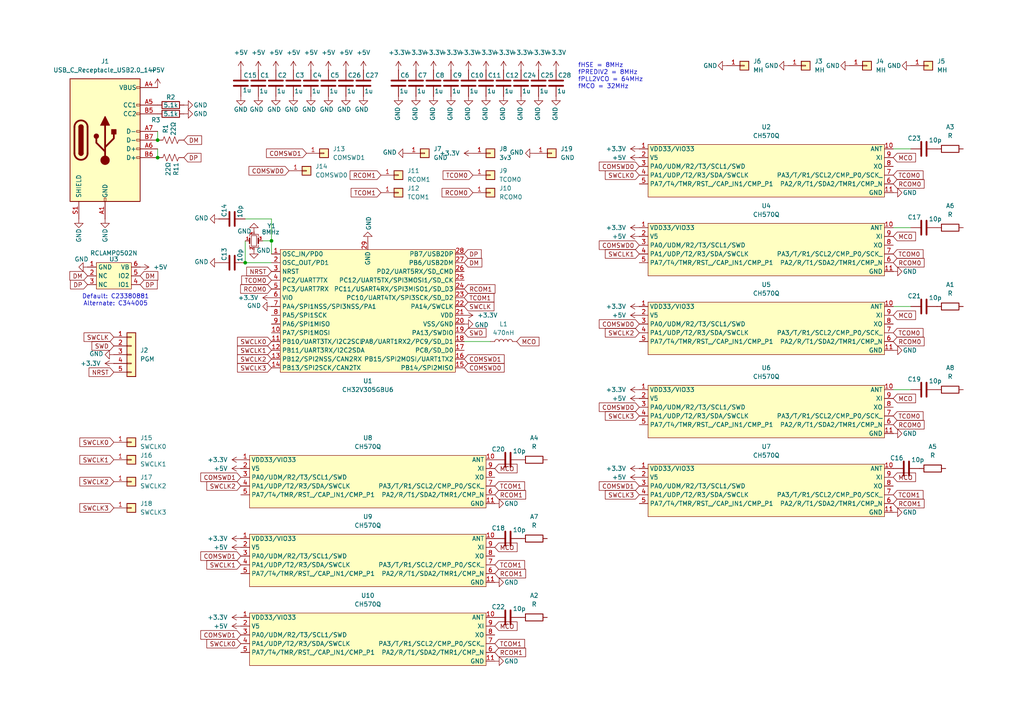
<source format=kicad_sch>
(kicad_sch (version 20250114) (generator "eeschema") (generator_version "9.0")
  (paper "A4")
  (text "Default: C23380881\nAlternate: C344005" (at 33.528 87.122 0) (effects (font (size 1.27 1.27))))
  (text "fHSE = 8MHz\nfPREDIV2 = 8MHz\nfPLL2VCO = 64MHz\nfMCO = 32MHz\n" (at 167.64 22.098 0) (effects (font (size 1.27 1.27)) (justify left)))
  (junction (at 45.72 40.64))
  (junction (at 45.72 45.72))
  (junction (at 71.12 76.2))
  (junction (at 78.74 69.85))
  (wire (pts (xy 76.2 69.85) (xy 78.74 69.85)))
  (wire (pts (xy 259.08 43.18) (xy 264.16 43.18)))
  (wire (pts (xy 78.74 69.85) (xy 78.74 73.66)))
  (wire (pts (xy 259.08 66.04) (xy 264.16 66.04)))
  (wire (pts (xy 78.74 63.5) (xy 78.74 69.85)))
  (wire (pts (xy 71.12 69.85) (xy 71.12 76.2)))
  (wire (pts (xy 71.12 76.2) (xy 78.74 76.2)))
  (wire (pts (xy 45.72 38.1) (xy 45.72 40.64)))
  (wire (pts (xy 142.24 99.06) (xy 134.62 99.06)))
  (wire (pts (xy 264.16 113.03) (xy 259.08 113.03)))
  (wire (pts (xy 259.08 88.9) (xy 264.16 88.9)))
  (wire (pts (xy 71.12 63.5) (xy 78.74 63.5)))
  (wire (pts (xy 45.72 43.18) (xy 45.72 45.72)))
  (global_label "COMSWD0" (shape input) (at 83.82 49.53 180) (property "Intersheetrefs" "${INTERSHEET_REFS}" (effects (hide yes))))
  (global_label "TCOM0" (shape input) (at 259.08 96.52 0) (property "Intersheetrefs" "${INTERSHEET_REFS}" (effects (hide yes))))
  (global_label "TCOM0" (shape input) (at 137.16 50.8 180) (property "Intersheetrefs" "${INTERSHEET_REFS}" (effects (hide yes))))
  (global_label "MCO" (shape input) (at 143.51 158.75 0) (property "Intersheetrefs" "${INTERSHEET_REFS}" (effects (hide yes))))
  (global_label "MCO" (shape input) (at 259.08 68.58 0) (property "Intersheetrefs" "${INTERSHEET_REFS}" (effects (hide yes))))
  (global_label "MCO" (shape input) (at 259.08 138.43 0) (property "Intersheetrefs" "${INTERSHEET_REFS}" (effects (hide yes))))
  (global_label "TCOM1" (shape input) (at 143.51 140.97 0) (property "Intersheetrefs" "${INTERSHEET_REFS}" (effects (hide yes))))
  (global_label "COMSWD1" (shape input) (at 69.85 184.15 180) (property "Intersheetrefs" "${INTERSHEET_REFS}" (effects (hide yes))))
  (global_label "SWCLK" (shape input) (at 33.02 97.79 180) (property "Intersheetrefs" "${INTERSHEET_REFS}" (effects (hide yes))))
  (global_label "TCOM1" (shape input) (at 143.51 163.83 0) (property "Intersheetrefs" "${INTERSHEET_REFS}" (effects (hide yes))))
  (global_label "DP" (shape input) (at 25.4 82.55 180) (property "Intersheetrefs" "${INTERSHEET_REFS}" (effects (hide yes))))
  (global_label "RCOM1" (shape input) (at 143.51 166.37 0) (property "Intersheetrefs" "${INTERSHEET_REFS}" (effects (hide yes))))
  (global_label "DM" (shape input) (at 134.62 76.2 0) (property "Intersheetrefs" "${INTERSHEET_REFS}" (effects (hide yes))))
  (global_label "TCOM0" (shape input) (at 259.08 50.8 0) (property "Intersheetrefs" "${INTERSHEET_REFS}" (effects (hide yes))))
  (global_label "COMSWD1" (shape input) (at 134.62 104.14 0) (property "Intersheetrefs" "${INTERSHEET_REFS}" (effects (hide yes))))
  (global_label "RCOM0" (shape input) (at 259.08 76.2 0) (property "Intersheetrefs" "${INTERSHEET_REFS}" (effects (hide yes))))
  (global_label "COMSWD1" (shape input) (at 69.85 138.43 180) (property "Intersheetrefs" "${INTERSHEET_REFS}" (effects (hide yes))))
  (global_label "SWCLK1" (shape input) (at 185.42 73.66 180) (property "Intersheetrefs" "${INTERSHEET_REFS}" (effects (hide yes))))
  (global_label "TCOM0" (shape input) (at 259.08 73.66 0) (property "Intersheetrefs" "${INTERSHEET_REFS}" (effects (hide yes))))
  (global_label "COMSWD1" (shape input) (at 88.9 44.45 180) (property "Intersheetrefs" "${INTERSHEET_REFS}" (effects (hide yes))))
  (global_label "SWCLK1" (shape input) (at 78.74 101.6 180) (property "Intersheetrefs" "${INTERSHEET_REFS}" (effects (hide yes))))
  (global_label "DM" (shape input) (at 40.64 80.01 0) (property "Intersheetrefs" "${INTERSHEET_REFS}" (effects (hide yes))))
  (global_label "MCO" (shape input) (at 149.86 99.06 0) (property "Intersheetrefs" "${INTERSHEET_REFS}" (effects (hide yes))))
  (global_label "SWCLK1" (shape input) (at 69.85 163.83 180) (property "Intersheetrefs" "${INTERSHEET_REFS}" (effects (hide yes))))
  (global_label "TCOM0" (shape input) (at 78.74 81.28 180) (property "Intersheetrefs" "${INTERSHEET_REFS}" (effects (hide yes))))
  (global_label "RCOM1" (shape input) (at 134.62 83.82 0) (property "Intersheetrefs" "${INTERSHEET_REFS}" (effects (hide yes))))
  (global_label "DP" (shape input) (at 40.64 82.55 0) (property "Intersheetrefs" "${INTERSHEET_REFS}" (effects (hide yes))))
  (global_label "COMSWD1" (shape input) (at 185.42 140.97 180) (property "Intersheetrefs" "${INTERSHEET_REFS}" (effects (hide yes))))
  (global_label "NRST" (shape input) (at 78.74 78.74 180) (property "Intersheetrefs" "${INTERSHEET_REFS}" (effects (hide yes))))
  (global_label "RCOM0" (shape input) (at 137.16 55.88 180) (property "Intersheetrefs" "${INTERSHEET_REFS}" (effects (hide yes))))
  (global_label "MCO" (shape input) (at 259.08 45.72 0) (property "Intersheetrefs" "${INTERSHEET_REFS}" (effects (hide yes))))
  (global_label "RCOM0" (shape input) (at 259.08 53.34 0) (property "Intersheetrefs" "${INTERSHEET_REFS}" (effects (hide yes))))
  (global_label "SWCLK2" (shape input) (at 33.02 139.7 180) (property "Intersheetrefs" "${INTERSHEET_REFS}" (effects (hide yes))))
  (global_label "SWCLK" (shape input) (at 134.62 88.9 0) (property "Intersheetrefs" "${INTERSHEET_REFS}" (effects (hide yes))))
  (global_label "RCOM1" (shape input) (at 143.51 189.23 0) (property "Intersheetrefs" "${INTERSHEET_REFS}" (effects (hide yes))))
  (global_label "DP" (shape input) (at 134.62 73.66 0) (property "Intersheetrefs" "${INTERSHEET_REFS}" (effects (hide yes))))
  (global_label "DM" (shape input) (at 25.4 80.01 180) (property "Intersheetrefs" "${INTERSHEET_REFS}" (effects (hide yes))))
  (global_label "MCO" (shape input) (at 143.51 181.61 0) (property "Intersheetrefs" "${INTERSHEET_REFS}" (effects (hide yes))))
  (global_label "SWCLK0" (shape input) (at 78.74 99.06 180) (property "Intersheetrefs" "${INTERSHEET_REFS}" (effects (hide yes))))
  (global_label "SWCLK3" (shape input) (at 185.42 120.65 180) (property "Intersheetrefs" "${INTERSHEET_REFS}" (effects (hide yes))))
  (global_label "SWCLK0" (shape input) (at 69.85 186.69 180) (property "Intersheetrefs" "${INTERSHEET_REFS}" (effects (hide yes))))
  (global_label "NRST" (shape input) (at 33.02 107.95 180) (property "Intersheetrefs" "${INTERSHEET_REFS}" (effects (hide yes))))
  (global_label "SWD" (shape input) (at 134.62 96.52 0) (property "Intersheetrefs" "${INTERSHEET_REFS}" (effects (hide yes))))
  (global_label "RCOM0" (shape input) (at 78.74 83.82 180) (property "Intersheetrefs" "${INTERSHEET_REFS}" (effects (hide yes))))
  (global_label "SWCLK2" (shape input) (at 69.85 140.97 180) (property "Intersheetrefs" "${INTERSHEET_REFS}" (effects (hide yes))))
  (global_label "SWCLK3" (shape input) (at 185.42 143.51 180) (property "Intersheetrefs" "${INTERSHEET_REFS}" (effects (hide yes))))
  (global_label "RCOM0" (shape input) (at 259.08 123.19 0) (property "Intersheetrefs" "${INTERSHEET_REFS}" (effects (hide yes))))
  (global_label "SWCLK3" (shape input) (at 78.74 106.68 180) (property "Intersheetrefs" "${INTERSHEET_REFS}" (effects (hide yes))))
  (global_label "COMSWD0" (shape input) (at 185.42 71.12 180) (property "Intersheetrefs" "${INTERSHEET_REFS}" (effects (hide yes))))
  (global_label "SWCLK0" (shape input) (at 33.02 128.27 180) (property "Intersheetrefs" "${INTERSHEET_REFS}" (effects (hide yes))))
  (global_label "DP" (shape input) (at 53.34 45.72 0) (property "Intersheetrefs" "${INTERSHEET_REFS}" (effects (hide yes))))
  (global_label "MCO" (shape input) (at 143.51 135.89 0) (property "Intersheetrefs" "${INTERSHEET_REFS}" (effects (hide yes))))
  (global_label "COMSWD0" (shape input) (at 134.62 106.68 0) (property "Intersheetrefs" "${INTERSHEET_REFS}" (effects (hide yes))))
  (global_label "COMSWD0" (shape input) (at 185.42 93.98 180) (property "Intersheetrefs" "${INTERSHEET_REFS}" (effects (hide yes))))
  (global_label "RCOM1" (shape input) (at 110.49 50.8 180) (property "Intersheetrefs" "${INTERSHEET_REFS}" (effects (hide yes))))
  (global_label "TCOM1" (shape input) (at 143.51 186.69 0) (property "Intersheetrefs" "${INTERSHEET_REFS}" (effects (hide yes))))
  (global_label "TCOM1" (shape input) (at 110.49 55.88 180) (property "Intersheetrefs" "${INTERSHEET_REFS}" (effects (hide yes))))
  (global_label "MCO" (shape input) (at 259.08 115.57 0) (property "Intersheetrefs" "${INTERSHEET_REFS}" (effects (hide yes))))
  (global_label "TCOM1" (shape input) (at 259.08 143.51 0) (property "Intersheetrefs" "${INTERSHEET_REFS}" (effects (hide yes))))
  (global_label "SWCLK2" (shape input) (at 185.42 96.52 180) (property "Intersheetrefs" "${INTERSHEET_REFS}" (effects (hide yes))))
  (global_label "MCO" (shape input) (at 259.08 91.44 0) (property "Intersheetrefs" "${INTERSHEET_REFS}" (effects (hide yes))))
  (global_label "RCOM0" (shape input) (at 259.08 99.06 0) (property "Intersheetrefs" "${INTERSHEET_REFS}" (effects (hide yes))))
  (global_label "SWD" (shape input) (at 33.02 100.33 180) (property "Intersheetrefs" "${INTERSHEET_REFS}" (effects (hide yes))))
  (global_label "SWCLK0" (shape input) (at 185.42 50.8 180) (property "Intersheetrefs" "${INTERSHEET_REFS}" (effects (hide yes))))
  (global_label "SWCLK2" (shape input) (at 78.74 104.14 180) (property "Intersheetrefs" "${INTERSHEET_REFS}" (effects (hide yes))))
  (global_label "SWCLK1" (shape input) (at 33.02 133.35 180) (property "Intersheetrefs" "${INTERSHEET_REFS}" (effects (hide yes))))
  (global_label "RCOM1" (shape input) (at 259.08 146.05 0) (property "Intersheetrefs" "${INTERSHEET_REFS}" (effects (hide yes))))
  (global_label "RCOM1" (shape input) (at 143.51 143.51 0) (property "Intersheetrefs" "${INTERSHEET_REFS}" (effects (hide yes))))
  (global_label "SWCLK3" (shape input) (at 33.02 147.32 180) (property "Intersheetrefs" "${INTERSHEET_REFS}" (effects (hide yes))))
  (global_label "COMSWD0" (shape input) (at 185.42 118.11 180) (property "Intersheetrefs" "${INTERSHEET_REFS}" (effects (hide yes))))
  (global_label "TCOM1" (shape input) (at 134.62 86.36 0) (property "Intersheetrefs" "${INTERSHEET_REFS}" (effects (hide yes))))
  (global_label "TCOM0" (shape input) (at 259.08 120.65 0) (property "Intersheetrefs" "${INTERSHEET_REFS}" (effects (hide yes))))
  (global_label "COMSWD0" (shape input) (at 185.42 48.26 180) (property "Intersheetrefs" "${INTERSHEET_REFS}" (effects (hide yes))))
  (global_label "COMSWD1" (shape input) (at 69.85 161.29 180) (property "Intersheetrefs" "${INTERSHEET_REFS}" (effects (hide yes))))
  (global_label "DM" (shape input) (at 53.34 40.64 0) (property "Intersheetrefs" "${INTERSHEET_REFS}" (effects (hide yes))))
  (symbol (lib_id "power:+5V") (at 100.33 20.32 0) (unit 1)
    (property "Reference" "#PWR073" (effects (hide yes)))
    (property "Value" "+5V" (at 100.33 15.24 0))
    (property "Description" "Power symbol creates a global label with name \"+5V\"" (effects (hide yes)))
  )
  (symbol (lib_id "Device:C") (at 147.32 179.07 90) (unit 1)
    (property "Reference" "C22" (at 144.526 176.022 90))
    (property "Value" "10p" (at 150.622 176.53 90))
    (property "Footprint" "Capacitor_SMD:C_0402_1005Metric" (effects (hide yes)))
    (property "Description" "Unpolarized capacitor" (effects (hide yes)))
    (property "LCSC" "C32949" (effects (hide yes)))
  )
  (symbol (lib_id "cnhardware:CH570Q") (at 222.25 118.11 0) (unit 1)
    (property "Reference" "U6" (at 222.25 106.68 0))
    (property "Value" "CH570Q" (at 222.25 109.22 0))
    (property "Footprint" "Package_DFN_QFN:DFN-10-1EP_3x3mm_P0.5mm_EP1.7x2.5mm" (effects (hide yes)))
    (property "LCSC" "C49260680" (effects (hide yes)))
  )
  (symbol (lib_id "power:GND") (at 74.93 27.94 0) (mirror y) (unit 1)
    (property "Reference" "#PWR011" (effects (hide yes)))
    (property "Value" "GND" (at 76.454 31.75 0) (effects (justify left)))
  )
  (symbol (lib_id "Device:C") (at 267.97 88.9 90) (unit 1)
    (property "Reference" "C21" (at 265.176 85.852 90))
    (property "Value" "10p" (at 271.272 86.36 90))
    (property "Footprint" "Capacitor_SMD:C_0402_1005Metric" (effects (hide yes)))
    (property "Description" "Unpolarized capacitor" (effects (hide yes)))
    (property "LCSC" "C32949" (effects (hide yes)))
  )
  (symbol (lib_id "power:+5V") (at 185.42 138.43 90) (unit 1)
    (property "Reference" "#PWR057" (effects (hide yes)))
    (property "Value" "+5V" (at 181.61 138.4299 90) (effects (justify left)))
    (property "Description" "Power symbol creates a global label with name \"+5V\"" (effects (hide yes)))
  )
  (symbol (lib_id "power:+3.3V") (at 69.85 156.21 90) (unit 1)
    (property "Reference" "#PWR062" (effects (hide yes)))
    (property "Value" "+3.3V" (at 66.04 156.2099 90) (effects (justify left)))
    (property "Description" "Power symbol creates a global label with name \"+3.3V\"" (effects (hide yes)))
  )
  (symbol (lib_id "power:+3.3V") (at 135.89 20.32 0) (unit 1)
    (property "Reference" "#PWR035" (effects (hide yes)))
    (property "Value" "+3.3V" (at 135.89 15.24 0))
    (property "Description" "Power symbol creates a global label with name \"+3.3V\"" (effects (hide yes)))
  )
  (symbol (lib_id "cnhardware:CH32V305GBU6") (at 106.68 90.17 0) (unit 1)
    (property "Reference" "U1" (at 106.68 110.49 0))
    (property "Value" "CH32V305GBU6" (at 106.68 113.03 0))
    (property "Footprint" "Package_DFN_QFN:QFN-28-1EP_4x4mm_P0.4mm_EP2.3x2.3mm" (effects (hide yes)))
    (property "LCSC" "C19100608" (effects (hide yes)))
  )
  (symbol (lib_id "Connector_Generic:Conn_01x01") (at 160.02 44.45 0) (unit 1) (in_bom no)
    (property "Reference" "J19" (at 162.56 43.1799 0) (effects (justify left)))
    (property "Value" "GND" (at 162.56 45.7199 0) (effects (justify left)))
    (property "Footprint" "TestPoint:TestPoint_Pad_D1.5mm" (effects (hide yes)))
    (property "Description" "Generic connector, single row, 01x01, script generated (kicad-library-utils/schlib/autogen/connector/)" (effects (hide yes)))
  )
  (symbol (lib_id "Connector_Generic:Conn_01x01") (at 233.68 19.05 0) (unit 1) (in_bom no)
    (property "Reference" "J3" (at 236.22 17.7799 0) (effects (justify left)))
    (property "Value" "MH" (at 236.22 20.3199 0) (effects (justify left)))
    (property "Footprint" "MountingHole:MountingHole_3.2mm_M3_DIN965_Pad" (effects (hide yes)))
    (property "Description" "Generic connector, single row, 01x01, script generated (kicad-library-utils/schlib/autogen/connector/)" (effects (hide yes)))
  )
  (symbol (lib_id "power:GND") (at 30.48 63.5 0) (mirror y) (unit 1)
    (property "Reference" "#PWR05" (effects (hide yes)))
    (property "Value" "GND" (at 30.48 70.358 90) (effects (justify left)))
  )
  (symbol (lib_id "power:GND") (at 143.51 191.77 90) (mirror x) (unit 1)
    (property "Reference" "#PWR067" (effects (hide yes)))
    (property "Value" "GND" (at 150.368 191.77 90) (effects (justify left)))
  )
  (symbol (lib_id "cnhardware:CH570Q") (at 106.68 138.43 0) (unit 1)
    (property "Reference" "U8" (at 106.68 127 0))
    (property "Value" "CH570Q" (at 106.68 129.54 0))
    (property "Footprint" "Package_DFN_QFN:DFN-10-1EP_3x3mm_P0.5mm_EP1.7x2.5mm" (effects (hide yes)))
    (property "LCSC" "C49260680" (effects (hide yes)))
  )
  (symbol (lib_id "Connector_Generic:Conn_01x01") (at 142.24 44.45 0) (unit 1) (in_bom no)
    (property "Reference" "J8" (at 144.78 43.1799 0) (effects (justify left)))
    (property "Value" "3v3" (at 144.78 45.7199 0) (effects (justify left)))
    (property "Footprint" "TestPoint:TestPoint_Pad_D1.5mm" (effects (hide yes)))
    (property "Description" "Generic connector, single row, 01x01, script generated (kicad-library-utils/schlib/autogen/connector/)" (effects (hide yes)))
  )
  (symbol (lib_id "cnhardware:CH570Q") (at 106.68 161.29 0) (unit 1)
    (property "Reference" "U9" (at 106.68 149.86 0))
    (property "Value" "CH570Q" (at 106.68 152.4 0))
    (property "Footprint" "Package_DFN_QFN:DFN-10-1EP_3x3mm_P0.5mm_EP1.7x2.5mm" (effects (hide yes)))
    (property "LCSC" "C49260680" (effects (hide yes)))
  )
  (symbol (lib_id "power:+5V") (at 185.42 68.58 90) (unit 1)
    (property "Reference" "#PWR048" (effects (hide yes)))
    (property "Value" "+5V" (at 181.61 68.5799 90) (effects (justify left)))
    (property "Description" "Power symbol creates a global label with name \"+5V\"" (effects (hide yes)))
  )
  (symbol (lib_id "power:+5V") (at 185.42 115.57 90) (unit 1)
    (property "Reference" "#PWR054" (effects (hide yes)))
    (property "Value" "+5V" (at 181.61 115.5699 90) (effects (justify left)))
    (property "Description" "Power symbol creates a global label with name \"+5V\"" (effects (hide yes)))
  )
  (symbol (lib_id "power:+3.3V") (at 125.73 20.32 0) (unit 1)
    (property "Reference" "#PWR031" (effects (hide yes)))
    (property "Value" "+3.3V" (at 125.73 15.24 0))
    (property "Description" "Power symbol creates a global label with name \"+3.3V\"" (effects (hide yes)))
  )
  (symbol (lib_id "power:GND") (at 259.08 125.73 90) (mirror x) (unit 1)
    (property "Reference" "#PWR055" (effects (hide yes)))
    (property "Value" "GND" (at 265.938 125.73 90) (effects (justify left)))
  )
  (symbol (lib_id "cnhardware:USB_ESD_DFN_RCLAMP0502N") (at 33.02 80.01 0) (unit 1)
    (property "Reference" "U3" (at 33.02 75.184 0))
    (property "Value" "RCLAMP0502N" (at 33.02 73.406 0))
    (property "Footprint" "cnhardware:DFN-6_1.2x1.0mm_P0.4mm" (effects (hide yes)))
    (property "LCSC" "C344005" (effects (hide yes)))
  )
  (symbol (lib_id "cnhardware:CH570Q") (at 106.68 184.15 0) (unit 1)
    (property "Reference" "U10" (at 106.68 172.72 0))
    (property "Value" "CH570Q" (at 106.68 175.26 0))
    (property "Footprint" "Package_DFN_QFN:DFN-10-1EP_3x3mm_P0.5mm_EP1.7x2.5mm" (effects (hide yes)))
    (property "LCSC" "C49260680" (effects (hide yes)))
  )
  (symbol (lib_id "power:GND") (at 115.57 27.94 0) (mirror y) (unit 1)
    (property "Reference" "#PWR028" (effects (hide yes)))
    (property "Value" "GND" (at 115.316 35.052 90) (effects (justify left)))
  )
  (symbol (lib_id "power:+3.3V") (at 120.65 20.32 0) (unit 1)
    (property "Reference" "#PWR029" (effects (hide yes)))
    (property "Value" "+3.3V" (at 120.65 15.24 0))
    (property "Description" "Power symbol creates a global label with name \"+3.3V\"" (effects (hide yes)))
  )
  (symbol (lib_id "power:GND") (at 146.05 27.94 0) (mirror y) (unit 1)
    (property "Reference" "#PWR040" (effects (hide yes)))
    (property "Value" "GND" (at 145.796 35.052 90) (effects (justify left)))
  )
  (symbol (lib_id "Device:R") (at 275.59 113.03 90) (unit 1)
    (property "Reference" "A8" (at 275.59 106.68 90))
    (property "Value" "R" (at 275.59 109.22 90))
    (property "Footprint" "Resistor_SMD:R_2010_5025Metric" (effects (hide yes)))
    (property "Description" "Resistor" (effects (hide yes)))
    (property "LCSC" "C22467691" (effects (hide yes)))
  )
  (symbol (lib_id "power:+5V") (at 40.64 77.47 270) (unit 1)
    (property "Reference" "#PWR026" (effects (hide yes)))
    (property "Value" "+5V" (at 44.45 77.4699 90) (effects (justify left)))
    (property "Description" "Power symbol creates a global label with name \"+5V\"" (effects (hide yes)))
  )
  (symbol (lib_id "power:GND") (at 134.62 93.98 90) (mirror x) (unit 1)
    (property "Reference" "#PWR03" (effects (hide yes)))
    (property "Value" "GND" (at 141.732 94.234 90) (effects (justify left)))
  )
  (symbol (lib_id "cnhardware:CH570Q") (at 222.25 93.98 0) (unit 1)
    (property "Reference" "U5" (at 222.25 82.55 0))
    (property "Value" "CH570Q" (at 222.25 85.09 0))
    (property "Footprint" "Package_DFN_QFN:DFN-10-1EP_3x3mm_P0.5mm_EP1.7x2.5mm" (effects (hide yes)))
    (property "LCSC" "C49260680" (effects (hide yes)))
  )
  (symbol (lib_id "power:GND") (at 69.85 27.94 0) (mirror y) (unit 1)
    (property "Reference" "#PWR09" (effects (hide yes)))
    (property "Value" "GND" (at 71.882 31.75 0) (effects (justify left)))
  )
  (symbol (lib_id "Connector_Generic:Conn_01x01") (at 88.9 49.53 0) (unit 1) (in_bom no)
    (property "Reference" "J14" (at 91.44 48.2599 0) (effects (justify left)))
    (property "Value" "COMSWD0" (at 91.44 50.7999 0) (effects (justify left)))
    (property "Footprint" "TestPoint:TestPoint_Pad_D1.5mm" (effects (hide yes)))
    (property "Description" "Generic connector, single row, 01x01, script generated (kicad-library-utils/schlib/autogen/connector/)" (effects (hide yes)))
  )
  (symbol (lib_id "power:+3.3V") (at 151.13 20.32 0) (unit 1)
    (property "Reference" "#PWR069" (effects (hide yes)))
    (property "Value" "+3.3V" (at 151.13 15.24 0))
    (property "Description" "Power symbol creates a global label with name \"+3.3V\"" (effects (hide yes)))
  )
  (symbol (lib_id "Device:C") (at 69.85 24.13 0) (unit 1)
    (property "Reference" "C15" (at 70.612 21.844 0) (effects (justify left)))
    (property "Value" "1u" (at 70.358 26.162 0) (effects (justify left)))
    (property "Footprint" "Capacitor_SMD:C_0402_1005Metric" (effects (hide yes)))
    (property "Description" "Unpolarized capacitor" (effects (hide yes)))
    (property "LCSC" "C52923" (effects (hide yes)))
  )
  (symbol (lib_id "power:+5V") (at 85.09 20.32 0) (unit 1)
    (property "Reference" "#PWR016" (effects (hide yes)))
    (property "Value" "+5V" (at 85.09 15.24 0))
    (property "Description" "Power symbol creates a global label with name \"+5V\"" (effects (hide yes)))
  )
  (symbol (lib_id "Device:Crystal_GND24_Small") (at 73.66 69.85 0) (unit 1)
    (property "Reference" "Y1" (at 78.74 65.532 0))
    (property "Value" "8MHz" (at 78.486 67.31 0))
    (property "Footprint" "Crystal:Crystal_SMD_3225-4Pin_3.2x2.5mm" (effects (hide yes)))
    (property "Description" "Four pin crystal, GND on pins 2 and 4, small symbol" (effects (hide yes)))
    (property "LCSC" "C2973805" (effects (hide yes)))
  )
  (symbol (lib_id "Connector_Generic:Conn_01x01") (at 38.1 133.35 0) (unit 1) (in_bom no)
    (property "Reference" "J16" (at 40.64 132.0799 0) (effects (justify left)))
    (property "Value" "SWCLK1" (at 40.64 134.6199 0) (effects (justify left)))
    (property "Footprint" "TestPoint:TestPoint_Pad_D1.5mm" (effects (hide yes)))
    (property "Description" "Generic connector, single row, 01x01, script generated (kicad-library-utils/schlib/autogen/connector/)" (effects (hide yes)))
  )
  (symbol (lib_id "power:+3.3V") (at 69.85 179.07 90) (unit 1)
    (property "Reference" "#PWR065" (effects (hide yes)))
    (property "Value" "+3.3V" (at 66.04 179.0699 90) (effects (justify left)))
    (property "Description" "Power symbol creates a global label with name \"+3.3V\"" (effects (hide yes)))
  )
  (symbol (lib_id "Device:C") (at 262.89 135.89 90) (unit 1)
    (property "Reference" "C16" (at 260.096 132.842 90))
    (property "Value" "10p" (at 266.192 133.35 90))
    (property "Footprint" "Capacitor_SMD:C_0402_1005Metric" (effects (hide yes)))
    (property "Description" "Unpolarized capacitor" (effects (hide yes)))
    (property "LCSC" "C32949" (effects (hide yes)))
  )
  (symbol (lib_id "power:GND") (at 33.02 102.87 270) (mirror x) (unit 1)
    (property "Reference" "#PWR041" (effects (hide yes)))
    (property "Value" "GND" (at 25.908 102.616 90) (effects (justify left)))
  )
  (symbol (lib_id "Connector_Generic:Conn_01x01") (at 123.19 44.45 0) (unit 1) (in_bom no)
    (property "Reference" "J7" (at 125.73 43.1799 0) (effects (justify left)))
    (property "Value" "GND" (at 125.73 45.7199 0) (effects (justify left)))
    (property "Footprint" "TestPoint:TestPoint_Pad_D1.5mm" (effects (hide yes)))
    (property "Description" "Generic connector, single row, 01x01, script generated (kicad-library-utils/schlib/autogen/connector/)" (effects (hide yes)))
  )
  (symbol (lib_id "Device:R") (at 49.53 33.02 90) (unit 1)
    (property "Reference" "R3" (at 45.212 34.798 90))
    (property "Value" "5.1k" (at 49.53 33.02 90))
    (property "Footprint" "Resistor_SMD:R_0402_1005Metric" (effects (hide yes)))
    (property "Description" "Resistor" (effects (hide yes)))
    (property "LCSC" "C25905" (effects (hide yes)))
  )
  (symbol (lib_id "power:GND") (at 25.4 77.47 270) (mirror x) (unit 1)
    (property "Reference" "#PWR027" (effects (hide yes)))
    (property "Value" "GND" (at 21.59 75.184 90) (effects (justify left)))
  )
  (symbol (lib_id "Device:C") (at 85.09 24.13 0) (unit 1)
    (property "Reference" "C3" (at 85.598 21.844 0) (effects (justify left)))
    (property "Value" "1u" (at 85.344 26.416 0) (effects (justify left)))
    (property "Footprint" "Capacitor_SMD:C_0402_1005Metric" (effects (hide yes)))
    (property "Description" "Unpolarized capacitor" (effects (hide yes)))
    (property "LCSC" "C52923" (effects (hide yes)))
  )
  (symbol (lib_id "power:GND") (at 143.51 146.05 90) (mirror x) (unit 1)
    (property "Reference" "#PWR061" (effects (hide yes)))
    (property "Value" "GND" (at 150.368 146.05 90) (effects (justify left)))
  )
  (symbol (lib_id "Device:C") (at 161.29 24.13 0) (unit 1)
    (property "Reference" "C28" (at 161.798 21.844 0) (effects (justify left)))
    (property "Value" "1u" (at 161.544 26.416 0) (effects (justify left)))
    (property "Footprint" "Capacitor_SMD:C_0402_1005Metric" (effects (hide yes)))
    (property "Description" "Unpolarized capacitor" (effects (hide yes)))
    (property "LCSC" "C52923" (effects (hide yes)))
  )
  (symbol (lib_id "power:+3.3V") (at 146.05 20.32 0) (unit 1)
    (property "Reference" "#PWR039" (effects (hide yes)))
    (property "Value" "+3.3V" (at 146.05 15.24 0))
    (property "Description" "Power symbol creates a global label with name \"+3.3V\"" (effects (hide yes)))
  )
  (symbol (lib_id "power:+5V") (at 69.85 181.61 90) (unit 1)
    (property "Reference" "#PWR066" (effects (hide yes)))
    (property "Value" "+5V" (at 66.04 181.6099 90) (effects (justify left)))
    (property "Description" "Power symbol creates a global label with name \"+5V\"" (effects (hide yes)))
  )
  (symbol (lib_id "Device:C") (at 90.17 24.13 0) (unit 1)
    (property "Reference" "C4" (at 90.678 21.844 0) (effects (justify left)))
    (property "Value" "1u" (at 90.424 26.416 0) (effects (justify left)))
    (property "Footprint" "Capacitor_SMD:C_0402_1005Metric" (effects (hide yes)))
    (property "Description" "Unpolarized capacitor" (effects (hide yes)))
    (property "LCSC" "C52923" (effects (hide yes)))
  )
  (symbol (lib_id "power:GND") (at 140.97 27.94 0) (mirror y) (unit 1)
    (property "Reference" "#PWR038" (effects (hide yes)))
    (property "Value" "GND" (at 140.716 35.052 90) (effects (justify left)))
  )
  (symbol (lib_id "power:GND") (at 53.34 30.48 90) (mirror x) (unit 1)
    (property "Reference" "#PWR015" (effects (hide yes)))
    (property "Value" "GND" (at 60.198 30.48 90) (effects (justify left)))
  )
  (symbol (lib_id "power:+3.3V") (at 140.97 20.32 0) (unit 1)
    (property "Reference" "#PWR037" (effects (hide yes)))
    (property "Value" "+3.3V" (at 140.97 15.24 0))
    (property "Description" "Power symbol creates a global label with name \"+3.3V\"" (effects (hide yes)))
  )
  (symbol (lib_id "Device:R") (at 270.51 135.89 90) (unit 1)
    (property "Reference" "A5" (at 270.51 129.54 90))
    (property "Value" "R" (at 270.51 132.08 90))
    (property "Footprint" "Resistor_SMD:R_2010_5025Metric" (effects (hide yes)))
    (property "Description" "Resistor" (effects (hide yes)))
    (property "LCSC" "C22467691" (effects (hide yes)))
  )
  (symbol (lib_id "power:+5V") (at 45.72 25.4 0) (unit 1)
    (property "Reference" "#PWR01" (effects (hide yes)))
    (property "Value" "+5V" (at 45.72 20.32 0))
    (property "Description" "Power symbol creates a global label with name \"+5V\"" (effects (hide yes)))
  )
  (symbol (lib_id "power:GND") (at 85.09 27.94 0) (mirror y) (unit 1)
    (property "Reference" "#PWR017" (effects (hide yes)))
    (property "Value" "GND" (at 86.614 31.75 0) (effects (justify left)))
  )
  (symbol (lib_id "Device:C") (at 156.21 24.13 0) (unit 1)
    (property "Reference" "C25" (at 156.718 21.844 0) (effects (justify left)))
    (property "Value" "1u" (at 156.464 26.416 0) (effects (justify left)))
    (property "Footprint" "Capacitor_SMD:C_0402_1005Metric" (effects (hide yes)))
    (property "Description" "Unpolarized capacitor" (effects (hide yes)))
    (property "LCSC" "C52923" (effects (hide yes)))
  )
  (symbol (lib_id "power:+3.3V") (at 185.42 135.89 90) (unit 1)
    (property "Reference" "#PWR056" (effects (hide yes)))
    (property "Value" "+3.3V" (at 181.61 135.8899 90) (effects (justify left)))
    (property "Description" "Power symbol creates a global label with name \"+3.3V\"" (effects (hide yes)))
  )
  (symbol (lib_id "Device:R") (at 49.53 30.48 90) (unit 1)
    (property "Reference" "R2" (at 49.53 28.194 90))
    (property "Value" "5.1k" (at 49.53 30.48 90))
    (property "Footprint" "Resistor_SMD:R_0402_1005Metric" (effects (hide yes)))
    (property "Description" "Resistor" (effects (hide yes)))
    (property "LCSC" "C25905" (effects (hide yes)))
  )
  (symbol (lib_id "power:GND") (at 154.94 44.45 270) (mirror x) (unit 1)
    (property "Reference" "#PWR085" (effects (hide yes)))
    (property "Value" "GND" (at 147.828 44.196 90) (effects (justify left)))
  )
  (symbol (lib_id "Device:C") (at 267.97 113.03 90) (unit 1)
    (property "Reference" "C19" (at 265.176 109.982 90))
    (property "Value" "10p" (at 271.272 110.49 90))
    (property "Footprint" "Capacitor_SMD:C_0402_1005Metric" (effects (hide yes)))
    (property "Description" "Unpolarized capacitor" (effects (hide yes)))
    (property "LCSC" "C32949" (effects (hide yes)))
  )
  (symbol (lib_id "Device:C") (at 147.32 133.35 90) (unit 1)
    (property "Reference" "C20" (at 144.526 130.302 90))
    (property "Value" "10p" (at 150.622 130.81 90))
    (property "Footprint" "Capacitor_SMD:C_0402_1005Metric" (effects (hide yes)))
    (property "Description" "Unpolarized capacitor" (effects (hide yes)))
    (property "LCSC" "C32949" (effects (hide yes)))
  )
  (symbol (lib_id "power:GND") (at 130.81 27.94 0) (mirror y) (unit 1)
    (property "Reference" "#PWR034" (effects (hide yes)))
    (property "Value" "GND" (at 130.556 35.052 90) (effects (justify left)))
  )
  (symbol (lib_id "power:GND") (at 259.08 101.6 90) (mirror x) (unit 1)
    (property "Reference" "#PWR052" (effects (hide yes)))
    (property "Value" "GND" (at 265.938 101.6 90) (effects (justify left)))
  )
  (symbol (lib_id "Device:C") (at 135.89 24.13 0) (unit 1)
    (property "Reference" "C10" (at 136.398 21.844 0) (effects (justify left)))
    (property "Value" "1u" (at 136.144 26.416 0) (effects (justify left)))
    (property "Footprint" "Capacitor_SMD:C_0402_1005Metric" (effects (hide yes)))
    (property "Description" "Unpolarized capacitor" (effects (hide yes)))
    (property "LCSC" "C52923" (effects (hide yes)))
  )
  (symbol (lib_id "power:+5V") (at 185.42 91.44 90) (unit 1)
    (property "Reference" "#PWR051" (effects (hide yes)))
    (property "Value" "+5V" (at 181.61 91.4399 90) (effects (justify left)))
    (property "Description" "Power symbol creates a global label with name \"+5V\"" (effects (hide yes)))
  )
  (symbol (lib_id "Device:R") (at 154.94 156.21 90) (unit 1)
    (property "Reference" "A7" (at 154.94 149.86 90))
    (property "Value" "R" (at 154.94 152.4 90))
    (property "Footprint" "Resistor_SMD:R_2010_5025Metric" (effects (hide yes)))
    (property "Description" "Resistor" (effects (hide yes)))
    (property "LCSC" "C22467691" (effects (hide yes)))
  )
  (symbol (lib_id "Device:C") (at 100.33 24.13 0) (unit 1)
    (property "Reference" "C26" (at 100.838 21.844 0) (effects (justify left)))
    (property "Value" "1u" (at 100.584 26.416 0) (effects (justify left)))
    (property "Footprint" "Capacitor_SMD:C_0402_1005Metric" (effects (hide yes)))
    (property "Description" "Unpolarized capacitor" (effects (hide yes)))
    (property "LCSC" "C52923" (effects (hide yes)))
  )
  (symbol (lib_id "power:+3.3V") (at 156.21 20.32 0) (unit 1)
    (property "Reference" "#PWR071" (effects (hide yes)))
    (property "Value" "+3.3V" (at 156.21 15.24 0))
    (property "Description" "Power symbol creates a global label with name \"+3.3V\"" (effects (hide yes)))
  )
  (symbol (lib_id "power:+5V") (at 74.93 20.32 0) (unit 1)
    (property "Reference" "#PWR010" (effects (hide yes)))
    (property "Value" "+5V" (at 74.93 15.24 0))
    (property "Description" "Power symbol creates a global label with name \"+5V\"" (effects (hide yes)))
  )
  (symbol (lib_id "power:GND") (at 161.29 27.94 0) (mirror y) (unit 1)
    (property "Reference" "#PWR078" (effects (hide yes)))
    (property "Value" "GND" (at 161.036 35.052 90) (effects (justify left)))
  )
  (symbol (lib_id "power:GND") (at 264.16 19.05 270) (mirror x) (unit 1)
    (property "Reference" "#PWR081" (effects (hide yes)))
    (property "Value" "GND" (at 257.302 19.05 90) (effects (justify left)))
  )
  (symbol (lib_id "Device:C") (at 125.73 24.13 0) (unit 1)
    (property "Reference" "C8" (at 126.238 21.844 0) (effects (justify left)))
    (property "Value" "1u" (at 125.984 26.416 0) (effects (justify left)))
    (property "Footprint" "Capacitor_SMD:C_0402_1005Metric" (effects (hide yes)))
    (property "Description" "Unpolarized capacitor" (effects (hide yes)))
    (property "LCSC" "C52923" (effects (hide yes)))
  )
  (symbol (lib_id "Device:C") (at 105.41 24.13 0) (unit 1)
    (property "Reference" "C27" (at 105.918 21.844 0) (effects (justify left)))
    (property "Value" "1u" (at 105.664 26.416 0) (effects (justify left)))
    (property "Footprint" "Capacitor_SMD:C_0402_1005Metric" (effects (hide yes)))
    (property "Description" "Unpolarized capacitor" (effects (hide yes)))
    (property "LCSC" "C52923" (effects (hide yes)))
  )
  (symbol (lib_id "power:+3.3V") (at 115.57 20.32 0) (unit 1)
    (property "Reference" "#PWR025" (effects (hide yes)))
    (property "Value" "+3.3V" (at 115.57 15.24 0))
    (property "Description" "Power symbol creates a global label with name \"+3.3V\"" (effects (hide yes)))
  )
  (symbol (lib_id "power:GND") (at 259.08 78.74 90) (mirror x) (unit 1)
    (property "Reference" "#PWR049" (effects (hide yes)))
    (property "Value" "GND" (at 265.938 78.74 90) (effects (justify left)))
  )
  (symbol (lib_id "Device:R") (at 275.59 88.9 90) (unit 1)
    (property "Reference" "A1" (at 275.59 82.55 90))
    (property "Value" "R" (at 275.59 85.09 90))
    (property "Footprint" "RF_Antenna:Coilcraft_MA5532-AE_RFID" (effects (hide yes)))
    (property "Description" "Resistor" (effects (hide yes)))
    (property "LCSC" "C99665" (effects (hide yes)))
  )
  (symbol (lib_id "Device:C") (at 151.13 24.13 0) (unit 1)
    (property "Reference" "C24" (at 151.638 21.844 0) (effects (justify left)))
    (property "Value" "1u" (at 151.384 26.416 0) (effects (justify left)))
    (property "Footprint" "Capacitor_SMD:C_0402_1005Metric" (effects (hide yes)))
    (property "Description" "Unpolarized capacitor" (effects (hide yes)))
    (property "LCSC" "C52923" (effects (hide yes)))
  )
  (symbol (lib_id "power:GND") (at 78.74 88.9 270) (mirror x) (unit 1)
    (property "Reference" "#PWR068" (effects (hide yes)))
    (property "Value" "GND" (at 71.628 88.646 90) (effects (justify left)))
  )
  (symbol (lib_id "Connector_Generic:Conn_01x05") (at 38.1 102.87 0) (unit 1)
    (property "Reference" "J2" (at 40.64 101.5999 0) (effects (justify left)))
    (property "Value" "PGM" (at 40.64 104.1399 0) (effects (justify left)))
    (property "Footprint" "Connector_PinHeader_2.54mm:PinHeader_1x05_P2.54mm_Vertical" (effects (hide yes)))
    (property "Description" "Generic connector, single row, 01x05, script generated (kicad-library-utils/schlib/autogen/connector/)" (effects (hide yes)))
    (property "LCSC" "C124379" (effects (hide yes)))
  )
  (symbol (lib_id "Device:C") (at 120.65 24.13 0) (unit 1)
    (property "Reference" "C7" (at 121.158 21.844 0) (effects (justify left)))
    (property "Value" "1u" (at 120.904 26.416 0) (effects (justify left)))
    (property "Footprint" "Capacitor_SMD:C_0402_1005Metric" (effects (hide yes)))
    (property "Description" "Unpolarized capacitor" (effects (hide yes)))
    (property "LCSC" "C52923" (effects (hide yes)))
  )
  (symbol (lib_id "power:GND") (at 73.66 72.39 0) (mirror y) (unit 1)
    (property "Reference" "#PWR046" (effects (hide yes)))
    (property "Value" "GND" (at 78.486 72.644 0) (effects (justify left)))
  )
  (symbol (lib_id "power:+3.3V") (at 185.42 88.9 90) (unit 1)
    (property "Reference" "#PWR050" (effects (hide yes)))
    (property "Value" "+3.3V" (at 181.61 88.8999 90) (effects (justify left)))
    (property "Description" "Power symbol creates a global label with name \"+3.3V\"" (effects (hide yes)))
  )
  (symbol (lib_id "power:+3.3V") (at 185.42 66.04 90) (unit 1)
    (property "Reference" "#PWR047" (effects (hide yes)))
    (property "Value" "+3.3V" (at 181.61 66.0399 90) (effects (justify left)))
    (property "Description" "Power symbol creates a global label with name \"+3.3V\"" (effects (hide yes)))
  )
  (symbol (lib_id "Connector_Generic:Conn_01x01") (at 251.46 19.05 0) (unit 1) (in_bom no)
    (property "Reference" "J4" (at 254 17.7799 0) (effects (justify left)))
    (property "Value" "MH" (at 254 20.3199 0) (effects (justify left)))
    (property "Footprint" "MountingHole:MountingHole_3.2mm_M3_DIN965_Pad" (effects (hide yes)))
    (property "Description" "Generic connector, single row, 01x01, script generated (kicad-library-utils/schlib/autogen/connector/)" (effects (hide yes)))
  )
  (symbol (lib_id "Connector_Generic:Conn_01x01") (at 115.57 50.8 0) (unit 1) (in_bom no)
    (property "Reference" "J11" (at 118.11 49.5299 0) (effects (justify left)))
    (property "Value" "RCOM1" (at 118.11 52.0699 0) (effects (justify left)))
    (property "Footprint" "TestPoint:TestPoint_Pad_D1.5mm" (effects (hide yes)))
    (property "Description" "Generic connector, single row, 01x01, script generated (kicad-library-utils/schlib/autogen/connector/)" (effects (hide yes)))
  )
  (symbol (lib_id "power:GND") (at 228.6 19.05 270) (mirror x) (unit 1)
    (property "Reference" "#PWR079" (effects (hide yes)))
    (property "Value" "GND" (at 221.742 19.05 90) (effects (justify left)))
  )
  (symbol (lib_id "power:+5V") (at 69.85 158.75 90) (unit 1)
    (property "Reference" "#PWR063" (effects (hide yes)))
    (property "Value" "+5V" (at 66.04 158.7499 90) (effects (justify left)))
    (property "Description" "Power symbol creates a global label with name \"+5V\"" (effects (hide yes)))
  )
  (symbol (lib_id "power:+3.3V") (at 185.42 113.03 90) (unit 1)
    (property "Reference" "#PWR053" (effects (hide yes)))
    (property "Value" "+3.3V" (at 181.61 113.0299 90) (effects (justify left)))
    (property "Description" "Power symbol creates a global label with name \"+3.3V\"" (effects (hide yes)))
  )
  (symbol (lib_id "power:+5V") (at 69.85 20.32 0) (unit 1)
    (property "Reference" "#PWR07" (effects (hide yes)))
    (property "Value" "+5V" (at 69.85 15.24 0))
    (property "Description" "Power symbol creates a global label with name \"+5V\"" (effects (hide yes)))
  )
  (symbol (lib_id "power:GND") (at 63.5 63.5 270) (mirror x) (unit 1)
    (property "Reference" "#PWR043" (effects (hide yes)))
    (property "Value" "GND" (at 56.388 63.246 90) (effects (justify left)))
  )
  (symbol (lib_id "power:GND") (at 151.13 27.94 0) (mirror y) (unit 1)
    (property "Reference" "#PWR070" (effects (hide yes)))
    (property "Value" "GND" (at 150.876 35.052 90) (effects (justify left)))
  )
  (symbol (lib_id "Device:C") (at 115.57 24.13 0) (unit 1)
    (property "Reference" "C6" (at 116.078 21.844 0) (effects (justify left)))
    (property "Value" "1u" (at 115.824 26.416 0) (effects (justify left)))
    (property "Footprint" "Capacitor_SMD:C_0402_1005Metric" (effects (hide yes)))
    (property "Description" "Unpolarized capacitor" (effects (hide yes)))
    (property "LCSC" "C52923" (effects (hide yes)))
  )
  (symbol (lib_id "power:GND") (at 135.89 27.94 0) (mirror y) (unit 1)
    (property "Reference" "#PWR036" (effects (hide yes)))
    (property "Value" "GND" (at 135.636 35.052 90) (effects (justify left)))
  )
  (symbol (lib_id "Connector_Generic:Conn_01x01") (at 269.24 19.05 0) (unit 1) (in_bom no)
    (property "Reference" "J5" (at 271.78 17.7799 0) (effects (justify left)))
    (property "Value" "MH" (at 271.78 20.3199 0) (effects (justify left)))
    (property "Footprint" "MountingHole:MountingHole_3.2mm_M3_DIN965_Pad" (effects (hide yes)))
    (property "Description" "Generic connector, single row, 01x01, script generated (kicad-library-utils/schlib/autogen/connector/)" (effects (hide yes)))
  )
  (symbol (lib_id "power:GND") (at 259.08 148.59 90) (mirror x) (unit 1)
    (property "Reference" "#PWR058" (effects (hide yes)))
    (property "Value" "GND" (at 265.938 148.59 90) (effects (justify left)))
  )
  (symbol (lib_id "Swadge_Parts:R_US") (at 49.53 45.72 270) (unit 1)
    (property "Reference" "R11" (at 51.054 49.022 0))
    (property "Value" "22Ω" (at 48.768 49.022 0))
    (property "Footprint" "cnhardware:R_0402_1005Metric_COMPACT" (effects (hide yes)))
    (property "Cost100" "10" (effects (hide yes)))
    (property "Substitutable" "Y" (effects (hide yes)))
    (property "LCSC" "C25092" (effects (hide yes)))
    (property "Cost @ 2.5k" "0.0008" (effects (hide yes)))
  )
  (symbol (lib_id "power:+3.3V") (at 137.16 44.45 90) (unit 1)
    (property "Reference" "#PWR084" (effects (hide yes)))
    (property "Value" "+3.3V" (at 133.35 44.4499 90) (effects (justify left)))
    (property "Description" "Power symbol creates a global label with name \"+3.3V\"" (effects (hide yes)))
  )
  (symbol (lib_id "power:+5V") (at 69.85 135.89 90) (unit 1)
    (property "Reference" "#PWR060" (effects (hide yes)))
    (property "Value" "+5V" (at 66.04 135.8899 90) (effects (justify left)))
    (property "Description" "Power symbol creates a global label with name \"+5V\"" (effects (hide yes)))
  )
  (symbol (lib_id "Device:L") (at 146.05 99.06 90) (unit 1)
    (property "Reference" "L1" (at 146.05 93.98 90))
    (property "Value" "470nH" (at 146.05 96.52 90))
    (property "Footprint" "Inductor_SMD:L_0603_1608Metric" (effects (hide yes)))
    (property "Description" "Inductor" (effects (hide yes)))
    (property "LCSC" "C84476" (effects (hide yes)))
  )
  (symbol (lib_id "power:+3.3V") (at 33.02 105.41 90) (unit 1)
    (property "Reference" "#PWR042" (effects (hide yes)))
    (property "Value" "+3.3V" (at 29.21 105.4099 90) (effects (justify left)))
    (property "Description" "Power symbol creates a global label with name \"+3.3V\"" (effects (hide yes)))
  )
  (symbol (lib_id "power:GND") (at 53.34 33.02 90) (mirror x) (unit 1)
    (property "Reference" "#PWR014" (effects (hide yes)))
    (property "Value" "GND" (at 60.198 33.02 90) (effects (justify left)))
  )
  (symbol (lib_id "power:GND") (at 259.08 55.88 90) (mirror x) (unit 1)
    (property "Reference" "#PWR08" (effects (hide yes)))
    (property "Value" "GND" (at 265.938 55.88 90) (effects (justify left)))
  )
  (symbol (lib_id "Device:C") (at 146.05 24.13 0) (unit 1)
    (property "Reference" "C12" (at 146.558 21.844 0) (effects (justify left)))
    (property "Value" "1u" (at 146.304 26.416 0) (effects (justify left)))
    (property "Footprint" "Capacitor_SMD:C_0402_1005Metric" (effects (hide yes)))
    (property "Description" "Unpolarized capacitor" (effects (hide yes)))
    (property "LCSC" "C52923" (effects (hide yes)))
  )
  (symbol (lib_id "Connector:USB_C_Receptacle_USB2.0_14P") (at 30.48 40.64 0) (unit 1)
    (property "Reference" "J1" (at 30.48 17.78 0))
    (property "Value" "USB_C_Receptacle_USB2.0_14P" (at 30.48 20.32 0))
    (property "Footprint" "cnhardware:USB_C_MOD_Receptacle_HRO_TYPE-C-31-M-12" (effects (hide yes)))
    (property "Datasheet" "https://www.usb.org/sites/default/files/documents/usb_type-c.zip" (effects (hide yes)))
    (property "Description" "USB 2.0-only 14P Type-C Receptacle connector" (effects (hide yes)))
    (property "LCSC" "C2765186" (effects (hide yes)))
  )
  (symbol (lib_id "Connector_Generic:Conn_01x01") (at 38.1 147.32 0) (unit 1) (in_bom no)
    (property "Reference" "J18" (at 40.64 146.0499 0) (effects (justify left)))
    (property "Value" "SWCLK3" (at 40.64 148.5899 0) (effects (justify left)))
    (property "Footprint" "TestPoint:TestPoint_Pad_D1.5mm" (effects (hide yes)))
    (property "Description" "Generic connector, single row, 01x01, script generated (kicad-library-utils/schlib/autogen/connector/)" (effects (hide yes)))
  )
  (symbol (lib_id "power:GND") (at 80.01 27.94 0) (mirror y) (unit 1)
    (property "Reference" "#PWR013" (effects (hide yes)))
    (property "Value" "GND" (at 81.534 31.75 0) (effects (justify left)))
  )
  (symbol (lib_id "Connector_Generic:Conn_01x01") (at 38.1 139.7 0) (unit 1) (in_bom no)
    (property "Reference" "J17" (at 40.64 138.4299 0) (effects (justify left)))
    (property "Value" "SWCLK2" (at 40.64 140.9699 0) (effects (justify left)))
    (property "Footprint" "TestPoint:TestPoint_Pad_D1.5mm" (effects (hide yes)))
    (property "Description" "Generic connector, single row, 01x01, script generated (kicad-library-utils/schlib/autogen/connector/)" (effects (hide yes)))
  )
  (symbol (lib_id "power:GND") (at 125.73 27.94 0) (mirror y) (unit 1)
    (property "Reference" "#PWR032" (effects (hide yes)))
    (property "Value" "GND" (at 125.476 35.052 90) (effects (justify left)))
  )
  (symbol (lib_id "power:+3.3V") (at 69.85 133.35 90) (unit 1)
    (property "Reference" "#PWR059" (effects (hide yes)))
    (property "Value" "+3.3V" (at 66.04 133.3499 90) (effects (justify left)))
    (property "Description" "Power symbol creates a global label with name \"+3.3V\"" (effects (hide yes)))
  )
  (symbol (lib_id "power:GND") (at 100.33 27.94 0) (mirror y) (unit 1)
    (property "Reference" "#PWR074" (effects (hide yes)))
    (property "Value" "GND" (at 101.854 31.75 0) (effects (justify left)))
  )
  (symbol (lib_id "Device:C") (at 67.31 76.2 90) (unit 1)
    (property "Reference" "C13" (at 65.024 75.692 0) (effects (justify left)))
    (property "Value" "10p" (at 69.596 75.946 0) (effects (justify left)))
    (property "Footprint" "Capacitor_SMD:C_0402_1005Metric" (effects (hide yes)))
    (property "Description" "Unpolarized capacitor" (effects (hide yes)))
    (property "LCSC" "C32949" (effects (hide yes)))
  )
  (symbol (lib_id "cnhardware:CH570Q") (at 222.25 71.12 0) (unit 1)
    (property "Reference" "U4" (at 222.25 59.69 0))
    (property "Value" "CH570Q" (at 222.25 62.23 0))
    (property "Footprint" "Package_DFN_QFN:DFN-10-1EP_3x3mm_P0.5mm_EP1.7x2.5mm" (effects (hide yes)))
    (property "LCSC" "C49260680" (effects (hide yes)))
  )
  (symbol (lib_id "Device:R") (at 154.94 179.07 90) (unit 1)
    (property "Reference" "A2" (at 154.94 172.72 90))
    (property "Value" "R" (at 154.94 175.26 90))
    (property "Footprint" "RF_Antenna:Coilcraft_MA5532-AE_RFID" (effects (hide yes)))
    (property "Description" "Resistor" (effects (hide yes)))
    (property "LCSC" "C99665" (effects (hide yes)))
  )
  (symbol (lib_id "Device:R") (at 275.59 43.18 90) (unit 1)
    (property "Reference" "A3" (at 275.59 36.83 90))
    (property "Value" "R" (at 275.59 39.37 90))
    (property "Footprint" "RF_Antenna:Coilcraft_MA5532-AE_RFID" (effects (hide yes)))
    (property "Description" "Resistor" (effects (hide yes)))
    (property "LCSC" "C99665" (effects (hide yes)))
  )
  (symbol (lib_id "power:GND") (at 118.11 44.45 270) (mirror x) (unit 1)
    (property "Reference" "#PWR083" (effects (hide yes)))
    (property "Value" "GND" (at 110.998 44.196 90) (effects (justify left)))
  )
  (symbol (lib_id "Device:C") (at 267.97 43.18 90) (unit 1)
    (property "Reference" "C23" (at 265.176 40.132 90))
    (property "Value" "10p" (at 271.272 40.64 90))
    (property "Footprint" "Capacitor_SMD:C_0402_1005Metric" (effects (hide yes)))
    (property "Description" "Unpolarized capacitor" (effects (hide yes)))
    (property "LCSC" "C32949" (effects (hide yes)))
  )
  (symbol (lib_id "Swadge_Parts:R_US") (at 49.53 40.64 90) (unit 1)
    (property "Reference" "R1" (at 48.006 37.338 0))
    (property "Value" "22Ω" (at 50.292 37.338 0))
    (property "Footprint" "cnhardware:R_0402_1005Metric_COMPACT" (effects (hide yes)))
    (property "Cost100" "10" (effects (hide yes)))
    (property "Substitutable" "Y" (effects (hide yes)))
    (property "LCSC" "C25092" (effects (hide yes)))
    (property "Cost @ 2.5k" "0.0008" (effects (hide yes)))
  )
  (symbol (lib_id "power:+3.3V") (at 161.29 20.32 0) (unit 1)
    (property "Reference" "#PWR077" (effects (hide yes)))
    (property "Value" "+3.3V" (at 161.29 15.24 0))
    (property "Description" "Power symbol creates a global label with name \"+3.3V\"" (effects (hide yes)))
  )
  (symbol (lib_id "Device:C") (at 130.81 24.13 0) (unit 1)
    (property "Reference" "C9" (at 131.318 21.844 0) (effects (justify left)))
    (property "Value" "1u" (at 131.064 26.416 0) (effects (justify left)))
    (property "Footprint" "Capacitor_SMD:C_0402_1005Metric" (effects (hide yes)))
    (property "Description" "Unpolarized capacitor" (effects (hide yes)))
    (property "LCSC" "C52923" (effects (hide yes)))
  )
  (symbol (lib_id "Connector_Generic:Conn_01x01") (at 115.57 55.88 0) (unit 1) (in_bom no)
    (property "Reference" "J12" (at 118.11 54.6099 0) (effects (justify left)))
    (property "Value" "TCOM1" (at 118.11 57.1499 0) (effects (justify left)))
    (property "Footprint" "TestPoint:TestPoint_Pad_D1.5mm" (effects (hide yes)))
    (property "Description" "Generic connector, single row, 01x01, script generated (kicad-library-utils/schlib/autogen/connector/)" (effects (hide yes)))
  )
  (symbol (lib_id "power:GND") (at 120.65 27.94 0) (mirror y) (unit 1)
    (property "Reference" "#PWR030" (effects (hide yes)))
    (property "Value" "GND" (at 120.396 35.052 90) (effects (justify left)))
  )
  (symbol (lib_id "Connector_Generic:Conn_01x01") (at 38.1 128.27 0) (unit 1) (in_bom no)
    (property "Reference" "J15" (at 40.64 126.9999 0) (effects (justify left)))
    (property "Value" "SWCLK0" (at 40.64 129.5399 0) (effects (justify left)))
    (property "Footprint" "TestPoint:TestPoint_Pad_D1.5mm" (effects (hide yes)))
    (property "Description" "Generic connector, single row, 01x01, script generated (kicad-library-utils/schlib/autogen/connector/)" (effects (hide yes)))
  )
  (symbol (lib_id "power:GND") (at 22.86 63.5 0) (mirror y) (unit 1)
    (property "Reference" "#PWR06" (effects (hide yes)))
    (property "Value" "GND" (at 22.86 70.358 90) (effects (justify left)))
  )
  (symbol (lib_id "power:+3.3V") (at 130.81 20.32 0) (unit 1)
    (property "Reference" "#PWR033" (effects (hide yes)))
    (property "Value" "+3.3V" (at 130.81 15.24 0))
    (property "Description" "Power symbol creates a global label with name \"+3.3V\"" (effects (hide yes)))
  )
  (symbol (lib_id "cnhardware:CH570Q") (at 222.25 48.26 0) (unit 1)
    (property "Reference" "U2" (at 222.25 36.83 0))
    (property "Value" "CH570Q" (at 222.25 39.37 0))
    (property "Footprint" "Package_DFN_QFN:DFN-10-1EP_3x3mm_P0.5mm_EP1.7x2.5mm" (effects (hide yes)))
    (property "LCSC" "C49260680" (effects (hide yes)))
  )
  (symbol (lib_id "Device:C") (at 74.93 24.13 0) (unit 1)
    (property "Reference" "C1" (at 75.438 21.844 0) (effects (justify left)))
    (property "Value" "1u" (at 75.184 26.416 0) (effects (justify left)))
    (property "Footprint" "Capacitor_SMD:C_0402_1005Metric" (effects (hide yes)))
    (property "Description" "Unpolarized capacitor" (effects (hide yes)))
    (property "LCSC" "C52923" (effects (hide yes)))
  )
  (symbol (lib_id "power:GND") (at 210.82 19.05 270) (mirror x) (unit 1)
    (property "Reference" "#PWR082" (effects (hide yes)))
    (property "Value" "GND" (at 203.962 19.05 90) (effects (justify left)))
  )
  (symbol (lib_id "Device:C") (at 95.25 24.13 0) (unit 1)
    (property "Reference" "C5" (at 95.758 21.844 0) (effects (justify left)))
    (property "Value" "1u" (at 95.504 26.416 0) (effects (justify left)))
    (property "Footprint" "Capacitor_SMD:C_0402_1005Metric" (effects (hide yes)))
    (property "Description" "Unpolarized capacitor" (effects (hide yes)))
    (property "LCSC" "C52923" (effects (hide yes)))
  )
  (symbol (lib_id "power:GND") (at 73.66 67.31 0) (mirror x) (unit 1)
    (property "Reference" "#PWR045" (effects (hide yes)))
    (property "Value" "GND" (at 68.834 67.056 0) (effects (justify left)))
  )
  (symbol (lib_id "Device:C") (at 80.01 24.13 0) (unit 1)
    (property "Reference" "C2" (at 80.518 21.844 0) (effects (justify left)))
    (property "Value" "1u" (at 80.264 26.416 0) (effects (justify left)))
    (property "Footprint" "Capacitor_SMD:C_0402_1005Metric" (effects (hide yes)))
    (property "Description" "Unpolarized capacitor" (effects (hide yes)))
    (property "LCSC" "C52923" (effects (hide yes)))
  )
  (symbol (lib_id "power:+5V") (at 90.17 20.32 0) (unit 1)
    (property "Reference" "#PWR018" (effects (hide yes)))
    (property "Value" "+5V" (at 90.17 15.24 0))
    (property "Description" "Power symbol creates a global label with name \"+5V\"" (effects (hide yes)))
  )
  (symbol (lib_id "power:GND") (at 63.5 76.2 270) (mirror x) (unit 1)
    (property "Reference" "#PWR044" (effects (hide yes)))
    (property "Value" "GND" (at 56.388 75.946 90) (effects (justify left)))
  )
  (symbol (lib_id "power:+5V") (at 105.41 20.32 0) (unit 1)
    (property "Reference" "#PWR075" (effects (hide yes)))
    (property "Value" "+5V" (at 105.41 15.24 0))
    (property "Description" "Power symbol creates a global label with name \"+5V\"" (effects (hide yes)))
  )
  (symbol (lib_id "Device:C") (at 140.97 24.13 0) (unit 1)
    (property "Reference" "C11" (at 141.478 21.844 0) (effects (justify left)))
    (property "Value" "1u" (at 141.224 26.416 0) (effects (justify left)))
    (property "Footprint" "Capacitor_SMD:C_0402_1005Metric" (effects (hide yes)))
    (property "Description" "Unpolarized capacitor" (effects (hide yes)))
    (property "LCSC" "C52923" (effects (hide yes)))
  )
  (symbol (lib_id "power:GND") (at 106.68 69.85 0) (mirror x) (unit 1)
    (property "Reference" "#PWR04" (effects (hide yes)))
    (property "Value" "GND" (at 106.934 62.738 90) (effects (justify left)))
  )
  (symbol (lib_id "power:+3.3V") (at 185.42 43.18 90) (unit 1)
    (property "Reference" "#PWR022" (effects (hide yes)))
    (property "Value" "+3.3V" (at 181.61 43.1799 90) (effects (justify left)))
    (property "Description" "Power symbol creates a global label with name \"+3.3V\"" (effects (hide yes)))
  )
  (symbol (lib_id "Connector_Generic:Conn_01x01") (at 215.9 19.05 0) (unit 1) (in_bom no)
    (property "Reference" "J6" (at 218.44 17.7799 0) (effects (justify left)))
    (property "Value" "MH" (at 218.44 20.3199 0) (effects (justify left)))
    (property "Footprint" "MountingHole:MountingHole_3.2mm_M3_DIN965_Pad" (effects (hide yes)))
    (property "Description" "Generic connector, single row, 01x01, script generated (kicad-library-utils/schlib/autogen/connector/)" (effects (hide yes)))
  )
  (symbol (lib_id "Device:C") (at 67.31 63.5 90) (unit 1)
    (property "Reference" "C14" (at 65.024 62.992 0) (effects (justify left)))
    (property "Value" "10p" (at 69.596 63.246 0) (effects (justify left)))
    (property "Footprint" "Capacitor_SMD:C_0402_1005Metric" (effects (hide yes)))
    (property "Description" "Unpolarized capacitor" (effects (hide yes)))
    (property "LCSC" "C32949" (effects (hide yes)))
  )
  (symbol (lib_id "power:GND") (at 90.17 27.94 0) (mirror y) (unit 1)
    (property "Reference" "#PWR019" (effects (hide yes)))
    (property "Value" "GND" (at 91.694 31.75 0) (effects (justify left)))
  )
  (symbol (lib_id "power:GND") (at 105.41 27.94 0) (mirror y) (unit 1)
    (property "Reference" "#PWR076" (effects (hide yes)))
    (property "Value" "GND" (at 106.934 31.75 0) (effects (justify left)))
  )
  (symbol (lib_id "Device:R") (at 275.59 66.04 90) (unit 1)
    (property "Reference" "A6" (at 275.59 59.69 90))
    (property "Value" "R" (at 275.59 62.23 90))
    (property "Footprint" "Resistor_SMD:R_2010_5025Metric" (effects (hide yes)))
    (property "Description" "Resistor" (effects (hide yes)))
    (property "LCSC" "C22467691" (effects (hide yes)))
  )
  (symbol (lib_id "power:GND") (at 95.25 27.94 0) (mirror y) (unit 1)
    (property "Reference" "#PWR021" (effects (hide yes)))
    (property "Value" "GND" (at 96.774 31.75 0) (effects (justify left)))
  )
  (symbol (lib_id "Connector_Generic:Conn_01x01") (at 142.24 50.8 0) (unit 1) (in_bom no)
    (property "Reference" "J9" (at 144.78 49.5299 0) (effects (justify left)))
    (property "Value" "TCOM0" (at 144.78 52.0699 0) (effects (justify left)))
    (property "Footprint" "TestPoint:TestPoint_Pad_D1.5mm" (effects (hide yes)))
    (property "Description" "Generic connector, single row, 01x01, script generated (kicad-library-utils/schlib/autogen/connector/)" (effects (hide yes)))
  )
  (symbol (lib_id "power:+5V") (at 185.42 45.72 90) (unit 1)
    (property "Reference" "#PWR02" (effects (hide yes)))
    (property "Value" "+5V" (at 181.61 45.7199 90) (effects (justify left)))
    (property "Description" "Power symbol creates a global label with name \"+5V\"" (effects (hide yes)))
  )
  (symbol (lib_id "power:+5V") (at 95.25 20.32 0) (unit 1)
    (property "Reference" "#PWR020" (effects (hide yes)))
    (property "Value" "+5V" (at 95.25 15.24 0))
    (property "Description" "Power symbol creates a global label with name \"+5V\"" (effects (hide yes)))
  )
  (symbol (lib_id "power:+3.3V") (at 134.62 91.44 270) (unit 1)
    (property "Reference" "#PWR023" (effects (hide yes)))
    (property "Value" "+3.3V" (at 138.43 91.4399 90) (effects (justify left)))
    (property "Description" "Power symbol creates a global label with name \"+3.3V\"" (effects (hide yes)))
  )
  (symbol (lib_id "Device:C") (at 147.32 156.21 90) (unit 1)
    (property "Reference" "C18" (at 144.526 153.162 90))
    (property "Value" "10p" (at 150.622 153.67 90))
    (property "Footprint" "Capacitor_SMD:C_0402_1005Metric" (effects (hide yes)))
    (property "Description" "Unpolarized capacitor" (effects (hide yes)))
    (property "LCSC" "C32949" (effects (hide yes)))
  )
  (symbol (lib_id "Connector_Generic:Conn_01x01") (at 93.98 44.45 0) (unit 1) (in_bom no)
    (property "Reference" "J13" (at 96.52 43.1799 0) (effects (justify left)))
    (property "Value" "COMSWD1" (at 96.52 45.7199 0) (effects (justify left)))
    (property "Footprint" "TestPoint:TestPoint_Pad_D1.5mm" (effects (hide yes)))
    (property "Description" "Generic connector, single row, 01x01, script generated (kicad-library-utils/schlib/autogen/connector/)" (effects (hide yes)))
  )
  (symbol (lib_id "cnhardware:CH570Q") (at 222.25 140.97 0) (unit 1)
    (property "Reference" "U7" (at 222.25 129.54 0))
    (property "Value" "CH570Q" (at 222.25 132.08 0))
    (property "Footprint" "Package_DFN_QFN:DFN-10-1EP_3x3mm_P0.5mm_EP1.7x2.5mm" (effects (hide yes)))
    (property "LCSC" "C49260680" (effects (hide yes)))
  )
  (symbol (lib_id "power:GND") (at 246.38 19.05 270) (mirror x) (unit 1)
    (property "Reference" "#PWR080" (effects (hide yes)))
    (property "Value" "GND" (at 239.522 19.05 90) (effects (justify left)))
  )
  (symbol (lib_id "Device:R") (at 154.94 133.35 90) (unit 1)
    (property "Reference" "A4" (at 154.94 127 90))
    (property "Value" "R" (at 154.94 129.54 90))
    (property "Footprint" "RF_Antenna:Coilcraft_MA5532-AE_RFID" (effects (hide yes)))
    (property "Description" "Resistor" (effects (hide yes)))
    (property "LCSC" "C99665" (effects (hide yes)))
  )
  (symbol (lib_id "power:GND") (at 143.51 168.91 90) (mirror x) (unit 1)
    (property "Reference" "#PWR064" (effects (hide yes)))
    (property "Value" "GND" (at 150.368 168.91 90) (effects (justify left)))
  )
  (symbol (lib_id "Device:C") (at 267.97 66.04 90) (unit 1)
    (property "Reference" "C17" (at 265.176 62.992 90))
    (property "Value" "10p" (at 271.272 63.5 90))
    (property "Footprint" "Capacitor_SMD:C_0402_1005Metric" (effects (hide yes)))
    (property "Description" "Unpolarized capacitor" (effects (hide yes)))
    (property "LCSC" "C32949" (effects (hide yes)))
  )
  (symbol (lib_id "power:GND") (at 156.21 27.94 0) (mirror y) (unit 1)
    (property "Reference" "#PWR072" (effects (hide yes)))
    (property "Value" "GND" (at 155.956 35.052 90) (effects (justify left)))
  )
  (symbol (lib_id "power:+3.3V") (at 78.74 86.36 90) (unit 1)
    (property "Reference" "#PWR024" (effects (hide yes)))
    (property "Value" "+3.3V" (at 74.93 86.3599 90) (effects (justify left)))
    (property "Description" "Power symbol creates a global label with name \"+3.3V\"" (effects (hide yes)))
  )
  (symbol (lib_id "power:+5V") (at 80.01 20.32 0) (unit 1)
    (property "Reference" "#PWR012" (effects (hide yes)))
    (property "Value" "+5V" (at 80.01 15.24 0))
    (property "Description" "Power symbol creates a global label with name \"+5V\"" (effects (hide yes)))
  )
  (symbol (lib_id "Connector_Generic:Conn_01x01") (at 142.24 55.88 0) (unit 1) (in_bom no)
    (property "Reference" "J10" (at 144.78 54.6099 0) (effects (justify left)))
    (property "Value" "RCOM0" (at 144.78 57.1499 0) (effects (justify left)))
    (property "Footprint" "TestPoint:TestPoint_Pad_D1.5mm" (effects (hide yes)))
    (property "Description" "Generic connector, single row, 01x01, script generated (kicad-library-utils/schlib/autogen/connector/)" (effects (hide yes)))
  )
)
</source>
